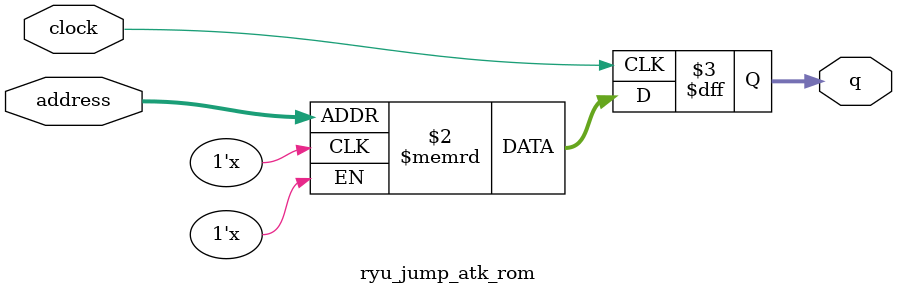
<source format=sv>
module ryu_jump_atk_rom (
	input logic clock,
	input logic [12:0] address,
	output logic [3:0] q
);

logic [3:0] memory [0:5912] /* synthesis ram_init_file = "./ryu_jump_atk/ryu_jump_atk.mif" */;

always_ff @ (posedge clock) begin
	q <= memory[address];
end

endmodule

</source>
